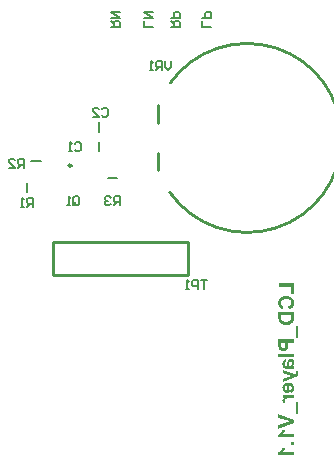
<source format=gbo>
G04*
G04 #@! TF.GenerationSoftware,Altium Limited,Altium Designer,21.3.2 (30)*
G04*
G04 Layer_Color=32896*
%FSTAX24Y24*%
%MOIN*%
G70*
G04*
G04 #@! TF.SameCoordinates,65AEA3AE-AEA4-4408-87EB-DFBB4D2FCE8C*
G04*
G04*
G04 #@! TF.FilePolarity,Positive*
G04*
G01*
G75*
%ADD10C,0.0100*%
%ADD11C,0.0060*%
%ADD38C,0.0098*%
%ADD39C,0.0079*%
G36*
X0433Y03209D02*
X043213D01*
Y032347D01*
X042792D01*
Y03245D01*
X0433D01*
Y03209D01*
D02*
G37*
G36*
X043071Y032034D02*
X043091Y032032D01*
X043111Y032028D01*
X043129Y032024D01*
X043146Y032019D01*
X043162Y032014D01*
X043176Y032008D01*
X043189Y032002D01*
X043201Y031995D01*
X043211Y031989D01*
X043219Y031984D01*
X043226Y031979D01*
X043232Y031975D01*
X043236Y031972D01*
X043239Y031969D01*
X043239Y031969D01*
X043251Y031956D01*
X043262Y031943D01*
X043271Y031929D01*
X043279Y031915D01*
X043286Y031901D01*
X043291Y031887D01*
X043296Y031873D01*
X0433Y031861D01*
X043303Y031848D01*
X043305Y031837D01*
X043306Y031827D01*
X043307Y031818D01*
X043308Y031811D01*
X043308Y031806D01*
Y031801D01*
X043308Y031786D01*
X043307Y031772D01*
X043305Y031758D01*
X043302Y031745D01*
X043299Y031733D01*
X043296Y031722D01*
X043292Y031711D01*
X043288Y031702D01*
X043285Y031694D01*
X043281Y031686D01*
X043277Y03168D01*
X043274Y031675D01*
X043272Y031671D01*
X04327Y031667D01*
X043269Y031666D01*
X043268Y031665D01*
X04326Y031655D01*
X043251Y031646D01*
X043241Y031638D01*
X043231Y03163D01*
X043221Y031624D01*
X04321Y031617D01*
X0432Y031611D01*
X04319Y031606D01*
X04318Y031602D01*
X043171Y031598D01*
X043163Y031595D01*
X043156Y031593D01*
X04315Y03159D01*
X043146Y031589D01*
X043144Y031588D01*
X043143D01*
X043111Y031689D01*
X043121Y031691D01*
X043131Y031694D01*
X04314Y031697D01*
X043148Y031701D01*
X043156Y031705D01*
X043163Y031708D01*
X043169Y031712D01*
X043174Y031715D01*
X043179Y031719D01*
X043183Y031722D01*
X043186Y031725D01*
X043189Y031727D01*
X043191Y031729D01*
X043193Y031731D01*
X043194Y031731D01*
X043194Y031732D01*
X043199Y031737D01*
X043202Y031743D01*
X043209Y031755D01*
X043214Y031767D01*
X043217Y031778D01*
X043219Y031788D01*
X04322Y031792D01*
Y031796D01*
X04322Y031798D01*
Y031802D01*
X04322Y031812D01*
X043219Y031822D01*
X043216Y031832D01*
X043214Y03184D01*
X043211Y031848D01*
X043207Y031856D01*
X043204Y031863D01*
X0432Y031869D01*
X043196Y031874D01*
X043192Y031879D01*
X043189Y031883D01*
X043186Y031887D01*
X043183Y031889D01*
X043181Y031892D01*
X04318Y031893D01*
X043179Y031893D01*
X043171Y031899D01*
X043161Y031904D01*
X043151Y031909D01*
X04314Y031913D01*
X043129Y031917D01*
X043118Y031919D01*
X043095Y031923D01*
X043084Y031925D01*
X043074Y031926D01*
X043065Y031927D01*
X043057Y031927D01*
X04305Y031928D01*
X043045D01*
X043042D01*
X043041D01*
X043024Y031927D01*
X043009Y031926D01*
X042995Y031924D01*
X042982Y031922D01*
X042969Y031919D01*
X042959Y031917D01*
X042949Y031913D01*
X042941Y03191D01*
X042933Y031907D01*
X042926Y031904D01*
X042921Y031901D01*
X042916Y031898D01*
X042913Y031896D01*
X04291Y031894D01*
X042909Y031893D01*
X042908Y031893D01*
X042901Y031886D01*
X042895Y031878D01*
X042889Y031871D01*
X042884Y031863D01*
X042881Y031856D01*
X042877Y031848D01*
X042874Y03184D01*
X042872Y031833D01*
X042871Y031826D01*
X042869Y03182D01*
X042868Y031815D01*
X042868Y03181D01*
X042867Y031806D01*
Y0318D01*
X042868Y031785D01*
X042871Y031772D01*
X042874Y03176D01*
X042879Y03175D01*
X042883Y031741D01*
X042885Y031738D01*
X042887Y031735D01*
X042888Y031733D01*
X042889Y031731D01*
X04289Y031731D01*
X042891Y03173D01*
X0429Y03172D01*
X04291Y031712D01*
X042921Y031705D01*
X042931Y0317D01*
X042939Y031696D01*
X042943Y031695D01*
X042947Y031694D01*
X042949Y031693D01*
X042952Y031692D01*
X042953Y031692D01*
X042953D01*
X042929Y03159D01*
X042918Y031593D01*
X042907Y031597D01*
X042898Y031601D01*
X042888Y031605D01*
X04288Y03161D01*
X042872Y031614D01*
X042866Y031619D01*
X042859Y031622D01*
X042853Y031627D01*
X042848Y03163D01*
X042844Y031634D01*
X042841Y031637D01*
X042838Y031639D01*
X042837Y031641D01*
X042836Y031642D01*
X042835Y031642D01*
X042825Y031654D01*
X042817Y031666D01*
X042809Y031679D01*
X042803Y031691D01*
X042797Y031704D01*
X042793Y031717D01*
X042789Y031729D01*
X042786Y031741D01*
X042783Y031752D01*
X042782Y031762D01*
X042781Y031772D01*
X04278Y03178D01*
X04278Y031786D01*
X042779Y031791D01*
Y031795D01*
X04278Y031815D01*
X042782Y031833D01*
X042786Y031851D01*
X04279Y031868D01*
X042796Y031883D01*
X042801Y031897D01*
X042808Y031911D01*
X042815Y031922D01*
X042821Y031933D01*
X042827Y031942D01*
X042833Y03195D01*
X042839Y031957D01*
X042843Y031962D01*
X042847Y031965D01*
X042849Y031968D01*
X04285Y031969D01*
X042864Y03198D01*
X042879Y03199D01*
X042894Y031999D01*
X042911Y032007D01*
X042927Y032013D01*
X042944Y032018D01*
X04296Y032023D01*
X042976Y032026D01*
X04299Y032029D01*
X043004Y032031D01*
X043017Y032032D01*
X043028Y032033D01*
X043037Y032034D01*
X04304Y032034D01*
X043043D01*
X043045D01*
X043047D01*
X043048D01*
X043049D01*
X043071Y032034D01*
D02*
G37*
G36*
X0433Y031294D02*
X043299Y031284D01*
X043298Y031275D01*
X043298Y031267D01*
X043297Y031258D01*
X043296Y031251D01*
X043295Y031244D01*
X043294Y031238D01*
X043293Y031232D01*
X043292Y031227D01*
X043291Y031223D01*
X043291Y03122D01*
X04329Y031217D01*
X04329Y031215D01*
X043289Y031214D01*
Y031213D01*
X043283Y031197D01*
X043276Y031183D01*
X04327Y031171D01*
X043263Y03116D01*
X04326Y031156D01*
X043257Y031152D01*
X043255Y031149D01*
X043252Y031146D01*
X043251Y031144D01*
X043249Y031142D01*
X043249Y031142D01*
X043248Y031141D01*
X043234Y031129D01*
X043219Y031117D01*
X043204Y031108D01*
X04319Y0311D01*
X043183Y031097D01*
X043177Y031094D01*
X043171Y031092D01*
X043167Y03109D01*
X043163Y031089D01*
X04316Y031087D01*
X043158Y031086D01*
X043158D01*
X04314Y031081D01*
X043121Y031077D01*
X043103Y031074D01*
X043086Y031072D01*
X043078Y031071D01*
X043071Y031071D01*
X043065D01*
X043059Y03107D01*
X043055D01*
X043052D01*
X043049D01*
X043049D01*
X043035D01*
X043023Y031071D01*
X043011Y031072D01*
X042999Y031073D01*
X042989Y031074D01*
X042979Y031076D01*
X042969Y031077D01*
X042961Y031079D01*
X042954Y03108D01*
X042947Y031082D01*
X042941Y031084D01*
X042937Y031085D01*
X042933Y031086D01*
X04293Y031087D01*
X042928Y031087D01*
X042928D01*
X04291Y031094D01*
X042894Y031102D01*
X042879Y03111D01*
X042873Y031114D01*
X042868Y031118D01*
X042862Y031122D01*
X042858Y031125D01*
X042854Y031129D01*
X042851Y031131D01*
X042848Y031133D01*
X042846Y031135D01*
X042845Y031136D01*
X042844Y031136D01*
X042833Y031149D01*
X042823Y031162D01*
X042815Y031175D01*
X042808Y031187D01*
X042803Y031197D01*
X042801Y031202D01*
X0428Y031206D01*
X042799Y031209D01*
X042798Y031211D01*
X042797Y031213D01*
Y031213D01*
X042796Y03122D01*
X042794Y031227D01*
X042792Y031243D01*
X04279Y031259D01*
X042788Y031275D01*
X042788Y031282D01*
Y031294D01*
X042787Y0313D01*
Y031499D01*
X0433D01*
Y031294D01*
D02*
G37*
G36*
X043441Y030633D02*
X043377D01*
Y031041D01*
X043441D01*
Y030633D01*
D02*
G37*
G36*
X0433Y030481D02*
X043106D01*
Y030401D01*
X043106Y030389D01*
Y030378D01*
X043105Y030368D01*
X043105Y030358D01*
X043104Y030349D01*
X043104Y030341D01*
X043103Y030334D01*
X043102Y030328D01*
X043101Y030322D01*
X043101Y030317D01*
X0431Y030313D01*
X0431Y03031D01*
Y030308D01*
X043099Y030307D01*
Y030307D01*
X043096Y030297D01*
X043093Y030287D01*
X043089Y030278D01*
X043085Y03027D01*
X043081Y030263D01*
X043078Y030258D01*
X043076Y030254D01*
X043075Y030254D01*
Y030253D01*
X043068Y030244D01*
X043059Y030235D01*
X043051Y030228D01*
X043043Y030221D01*
X043036Y030216D01*
X04303Y030213D01*
X043028Y030211D01*
X043026Y03021D01*
X043025Y030209D01*
X043025D01*
X043012Y030204D01*
X042999Y030199D01*
X042985Y030197D01*
X042973Y030194D01*
X042967Y030194D01*
X042962Y030193D01*
X042957Y030193D01*
X042953Y030192D01*
X04295D01*
X042948D01*
X042946D01*
X042946D01*
X042934Y030193D01*
X042923Y030193D01*
X042913Y030195D01*
X042904Y030197D01*
X042895Y030199D01*
X042887Y030202D01*
X042879Y030204D01*
X042872Y030207D01*
X042866Y03021D01*
X042861Y030213D01*
X042856Y030215D01*
X042852Y030218D01*
X042849Y030219D01*
X042847Y030221D01*
X042846Y030222D01*
X042846Y030222D01*
X042838Y030228D01*
X042832Y030234D01*
X042827Y03024D01*
X042821Y030247D01*
X042812Y030259D01*
X042806Y030271D01*
X042801Y03028D01*
X042799Y030285D01*
X042797Y030289D01*
X042796Y030292D01*
X042796Y030294D01*
X042795Y030295D01*
Y030296D01*
X042794Y030302D01*
X042792Y030309D01*
X042791Y030318D01*
X042791Y030327D01*
X04279Y030337D01*
X042789Y030347D01*
X042788Y030368D01*
X042788Y030378D01*
Y030387D01*
X042787Y030396D01*
Y030585D01*
X0433D01*
Y030481D01*
D02*
G37*
G36*
Y03001D02*
X042787D01*
Y030108D01*
X0433D01*
Y03001D01*
D02*
G37*
G36*
X043207Y029935D02*
X043216Y029934D01*
X043224Y029933D01*
X043231Y02993D01*
X043245Y029925D01*
X04325Y029922D01*
X043256Y029919D01*
X043261Y029916D01*
X043265Y029913D01*
X043269Y02991D01*
X043272Y029908D01*
X043274Y029905D01*
X043276Y029904D01*
X043277Y029903D01*
X043277Y029903D01*
X043283Y029896D01*
X043287Y029889D01*
X043291Y029882D01*
X043295Y029874D01*
X043301Y029859D01*
X043304Y029845D01*
X043305Y029838D01*
X043306Y029832D01*
X043307Y029827D01*
X043307Y029822D01*
X043308Y029818D01*
Y029812D01*
X043307Y0298D01*
X043306Y029789D01*
X043304Y029778D01*
X043302Y029769D01*
X0433Y029762D01*
X043297Y029756D01*
X043297Y029754D01*
X043296Y029752D01*
X043296Y029752D01*
Y029751D01*
X043291Y02974D01*
X043285Y029731D01*
X043278Y029721D01*
X043273Y029713D01*
X043267Y029707D01*
X043263Y029702D01*
X04326Y029698D01*
X043259Y029697D01*
X04326Y029697D01*
X043262Y029696D01*
X043266Y029695D01*
X043269Y029694D01*
X04327Y029694D01*
X043271D01*
X043277Y029692D01*
X043284Y02969D01*
X043288Y029688D01*
X043292Y029687D01*
X043296Y029686D01*
X043298Y029684D01*
X043299Y029684D01*
X0433D01*
Y029587D01*
X04329Y029591D01*
X043281Y029595D01*
X043272Y029598D01*
X043265Y029601D01*
X043259Y029602D01*
X043254Y029603D01*
X043251Y029605D01*
X04325D01*
X043246Y029605D01*
X04324Y029606D01*
X043229Y029607D01*
X043217Y029608D01*
X043205Y029608D01*
X043195Y029609D01*
X04319D01*
X043186D01*
X043182D01*
X04318D01*
X043179D01*
X043178D01*
X043063Y029607D01*
X043052D01*
X043041Y029608D01*
X043032Y029608D01*
X043023Y02961D01*
X043014Y029611D01*
X043007Y029612D01*
X043001Y029613D01*
X042995Y029614D01*
X04299Y029615D01*
X042987Y029616D01*
X042983Y029617D01*
X04298Y029618D01*
X042978Y02962D01*
X042977Y02962D01*
X042975Y029621D01*
X042967Y029626D01*
X042959Y029633D01*
X042953Y029641D01*
X042947Y029648D01*
X042942Y029655D01*
X042939Y029661D01*
X042938Y029663D01*
X042937Y029664D01*
X042936Y029666D01*
Y029666D01*
X042933Y029673D01*
X042931Y029679D01*
X042927Y029695D01*
X042924Y029711D01*
X042922Y029727D01*
X042921Y029735D01*
X042921Y029742D01*
Y029748D01*
X04292Y029753D01*
Y029778D01*
X042921Y02979D01*
X042922Y029802D01*
X042924Y029812D01*
X042926Y029822D01*
X042928Y029831D01*
X042931Y029839D01*
X042933Y029846D01*
X042936Y029853D01*
X042938Y029858D01*
X04294Y029863D01*
X042942Y029867D01*
X042944Y02987D01*
X042945Y029872D01*
X042946Y029873D01*
X042946Y029874D01*
X042951Y02988D01*
X042957Y029886D01*
X042969Y029897D01*
X042983Y029906D01*
X042996Y029913D01*
X043008Y029919D01*
X043013Y029921D01*
X043017Y029923D01*
X043021Y029924D01*
X043024Y029925D01*
X043025Y029925D01*
X043026D01*
X043042Y029837D01*
X043033Y029834D01*
X043025Y02983D01*
X043019Y029826D01*
X043014Y029822D01*
X04301Y029819D01*
X043008Y029816D01*
X043006Y029814D01*
X043005Y029814D01*
X043002Y029808D01*
X042999Y029801D01*
X042998Y029794D01*
X042996Y029787D01*
X042995Y029782D01*
X042995Y029777D01*
Y029765D01*
X042995Y029758D01*
X042996Y029753D01*
X042997Y029747D01*
X042999Y029738D01*
X043001Y029731D01*
X043003Y029725D01*
X043005Y029722D01*
X043007Y029719D01*
X043007Y029719D01*
X043012Y029714D01*
X043019Y029711D01*
X043025Y029708D01*
X043032Y029706D01*
X043038Y029705D01*
X043043Y029704D01*
X043047D01*
X043048D01*
X043048D01*
X043058D01*
X04306Y02971D01*
X043062Y029716D01*
X043064Y029723D01*
X043067Y029731D01*
X04307Y029747D01*
X043074Y029762D01*
X043076Y02977D01*
X043078Y029777D01*
X043079Y029784D01*
X04308Y029789D01*
X043081Y029794D01*
X043081Y029798D01*
X043082Y0298D01*
Y0298D01*
X043084Y02981D01*
X043086Y029818D01*
X043088Y029827D01*
X04309Y029834D01*
X043092Y029841D01*
X043094Y029848D01*
X043096Y029854D01*
X043098Y029859D01*
X043099Y029863D01*
X0431Y029868D01*
X043102Y029871D01*
X043103Y029874D01*
X043104Y029876D01*
X043105Y029878D01*
X043105Y029878D01*
Y029879D01*
X04311Y029888D01*
X043116Y029896D01*
X043123Y029904D01*
X043129Y029909D01*
X043134Y029914D01*
X043139Y029918D01*
X043141Y02992D01*
X043142Y02992D01*
X043143D01*
X043152Y029925D01*
X043161Y029929D01*
X043171Y029931D01*
X04318Y029934D01*
X043187Y029935D01*
X043193Y029935D01*
X043195D01*
X043197D01*
X043198D01*
X043199D01*
X043207Y029935D01*
D02*
G37*
G36*
X043301Y029417D02*
X043312Y029421D01*
X043321Y029425D01*
X04333Y029429D01*
X043337Y029433D01*
X043343Y029437D01*
X043347Y02944D01*
X04335Y029442D01*
X043351Y029442D01*
X043358Y029449D01*
X043363Y029457D01*
X043367Y029466D01*
X043369Y029474D01*
X043371Y029481D01*
X043371Y029487D01*
X043372Y02949D01*
Y029493D01*
X043371Y029507D01*
X04337Y029514D01*
X043369Y02952D01*
X043368Y029526D01*
X043367Y02953D01*
X043367Y029533D01*
Y029534D01*
X043444Y029525D01*
X043446Y029515D01*
X043447Y029505D01*
X043448Y029496D01*
X043449Y029487D01*
Y029481D01*
X04345Y029475D01*
Y02947D01*
X043449Y02946D01*
X043449Y02945D01*
X043448Y029442D01*
X043447Y029435D01*
X043446Y029429D01*
X043445Y029424D01*
X043444Y029421D01*
Y02942D01*
X043442Y029412D01*
X043439Y029405D01*
X043436Y029399D01*
X043433Y029393D01*
X043431Y029389D01*
X043429Y029386D01*
X043428Y029384D01*
X043427Y029383D01*
X043423Y029378D01*
X043418Y029372D01*
X043414Y029368D01*
X043409Y029364D01*
X043406Y02936D01*
X043402Y029358D01*
X0434Y029356D01*
X043399Y029356D01*
X043392Y029351D01*
X043385Y029347D01*
X043376Y029343D01*
X043368Y029339D01*
X043361Y029336D01*
X043356Y029334D01*
X043353Y029333D01*
X043352Y029332D01*
X043351Y029331D01*
X04335D01*
X043286Y029308D01*
X042928Y029177D01*
Y029278D01*
X043192Y029365D01*
X042928Y029454D01*
Y029558D01*
X043301Y029417D01*
D02*
G37*
G36*
X043131Y029142D02*
X043145Y029141D01*
X043158Y029139D01*
X04317Y029137D01*
X043181Y029134D01*
X043191Y029131D01*
X043201Y029127D01*
X04321Y029124D01*
X043218Y029121D01*
X043225Y029117D01*
X043231Y029114D01*
X043236Y029111D01*
X04324Y029109D01*
X043243Y029107D01*
X043245Y029106D01*
X043245Y029106D01*
X043256Y029096D01*
X043266Y029086D01*
X043274Y029075D01*
X043281Y029064D01*
X043287Y029052D01*
X043292Y02904D01*
X043297Y029028D01*
X0433Y029017D01*
X043303Y029006D01*
X043305Y028996D01*
X043306Y028986D01*
X043307Y028978D01*
X043307Y028972D01*
X043308Y028967D01*
Y028962D01*
X043307Y028951D01*
X043307Y028941D01*
X043305Y02893D01*
X043303Y028921D01*
X043301Y028912D01*
X043299Y028904D01*
X043297Y028896D01*
X043294Y028889D01*
X043291Y028882D01*
X043289Y028877D01*
X043287Y028872D01*
X043285Y028868D01*
X043283Y028865D01*
X043281Y028862D01*
X043281Y028861D01*
X04328Y028861D01*
X043275Y028854D01*
X043269Y028846D01*
X043255Y028834D01*
X043242Y028824D01*
X043229Y028815D01*
X043222Y028812D01*
X043216Y028809D01*
X043211Y028806D01*
X043207Y028804D01*
X043203Y028803D01*
X0432Y028802D01*
X043199Y028801D01*
X043198D01*
X043181Y028899D01*
X043191Y028902D01*
X0432Y028906D01*
X043207Y02891D01*
X043212Y028914D01*
X043217Y028917D01*
X04322Y02892D01*
X043222Y028922D01*
X043222Y028923D01*
X043226Y028929D01*
X04323Y028936D01*
X043232Y028942D01*
X043233Y028948D01*
X043234Y028953D01*
X043235Y028957D01*
Y028961D01*
X043234Y028967D01*
X043234Y028973D01*
X043231Y028985D01*
X043227Y028995D01*
X043222Y029003D01*
X043219Y02901D01*
X043215Y029015D01*
X043212Y029017D01*
X043211Y029018D01*
Y029018D01*
X043201Y029026D01*
X04319Y029032D01*
X043178Y029036D01*
X043167Y029038D01*
X043158Y02904D01*
X043153Y029041D01*
X043149Y029041D01*
X043146Y029042D01*
X043144D01*
X043143D01*
X043142D01*
Y028796D01*
X043121D01*
X043103Y028798D01*
X043085Y0288D01*
X043068Y028803D01*
X043053Y028806D01*
X04304Y02881D01*
X043027Y028814D01*
X043016Y028818D01*
X043007Y028823D01*
X042998Y028827D01*
X042991Y028831D01*
X042985Y028835D01*
X04298Y028838D01*
X042978Y02884D01*
X042975Y028841D01*
X042975Y028842D01*
X042965Y028851D01*
X042957Y028861D01*
X042949Y028872D01*
X042943Y028882D01*
X042938Y028894D01*
X042933Y028904D01*
X04293Y028915D01*
X042927Y028925D01*
X042924Y028935D01*
X042923Y028944D01*
X042922Y028952D01*
X042921Y028958D01*
X042921Y028965D01*
X04292Y028968D01*
Y028972D01*
X042921Y028986D01*
X042922Y028999D01*
X042925Y029011D01*
X042928Y029022D01*
X042932Y029033D01*
X042937Y029043D01*
X042942Y029053D01*
X042946Y029061D01*
X042951Y029068D01*
X042956Y029075D01*
X04296Y029081D01*
X042964Y029086D01*
X042968Y029089D01*
X04297Y029092D01*
X042972Y029094D01*
X042973Y029094D01*
X042983Y029103D01*
X042994Y02911D01*
X043005Y029117D01*
X043017Y029122D01*
X043029Y029127D01*
X043042Y029131D01*
X043053Y029134D01*
X043064Y029136D01*
X043075Y029138D01*
X043085Y029139D01*
X043094Y029141D01*
X043102Y029142D01*
X043108D01*
X043113Y029142D01*
X043116D01*
X043117D01*
X043131Y029142D01*
D02*
G37*
G36*
X0433Y028622D02*
X043185D01*
X043168D01*
X043153Y028621D01*
X043139D01*
X043126Y028621D01*
X043114Y02862D01*
X043104Y028619D01*
X043095Y028618D01*
X043088Y028618D01*
X043081Y028617D01*
X043075Y028616D01*
X04307Y028616D01*
X043067Y028615D01*
X043064Y028614D01*
X043063D01*
X043061Y028614D01*
X043061D01*
X04305Y028611D01*
X043042Y028607D01*
X043035Y028603D01*
X043029Y028599D01*
X043025Y028596D01*
X043022Y028593D01*
X04302Y028592D01*
X04302Y028591D01*
X043016Y028586D01*
X043013Y028579D01*
X043011Y028574D01*
X04301Y028568D01*
X043009Y028563D01*
X043008Y028559D01*
Y028556D01*
X043009Y028548D01*
X04301Y02854D01*
X043013Y028532D01*
X043016Y028525D01*
X043019Y028519D01*
X043022Y028514D01*
X043024Y028511D01*
X043024Y02851D01*
X042939Y02848D01*
X042933Y028491D01*
X042928Y028503D01*
X042924Y028514D01*
X042922Y028524D01*
X042921Y028532D01*
X042921Y028536D01*
X04292Y028539D01*
Y028544D01*
X042921Y028553D01*
X042922Y028561D01*
X042924Y028568D01*
X042926Y028575D01*
X042928Y02858D01*
X042931Y028584D01*
X042932Y028586D01*
X042932Y028587D01*
X042934Y028591D01*
X042938Y028594D01*
X042945Y028602D01*
X042953Y028608D01*
X042961Y028615D01*
X042969Y028621D01*
X042975Y028625D01*
X042978Y028627D01*
X04298Y028628D01*
X042981Y028628D01*
X042982Y028629D01*
X042928D01*
Y02872D01*
X0433D01*
Y028622D01*
D02*
G37*
G36*
X043441Y028087D02*
X043377D01*
Y028495D01*
X043441D01*
Y028087D01*
D02*
G37*
G36*
X0433Y027908D02*
Y027797D01*
X042787Y027614D01*
Y027724D01*
X043166Y027849D01*
X042787Y027979D01*
Y02809D01*
X0433Y027908D01*
D02*
G37*
G36*
X043Y027543D02*
X042995Y02753D01*
X042989Y027518D01*
X042983Y027506D01*
X042977Y027495D01*
X042971Y027484D01*
X042965Y027475D01*
X042959Y027466D01*
X042953Y027458D01*
X042948Y027451D01*
X042943Y027444D01*
X042939Y027439D01*
X042936Y027436D01*
X042933Y027432D01*
X042931Y027431D01*
X042931Y02743D01*
X0433D01*
Y027332D01*
X042786D01*
Y027412D01*
X042795Y027415D01*
X042803Y027419D01*
X042818Y027428D01*
X042832Y027438D01*
X042844Y027449D01*
X04285Y027454D01*
X042854Y027458D01*
X042859Y027462D01*
X042862Y027466D01*
X042865Y027469D01*
X042867Y027471D01*
X042868Y027473D01*
X042868Y027473D01*
X042881Y02749D01*
X042891Y027506D01*
X042899Y027519D01*
X042905Y027532D01*
X042908Y027537D01*
X04291Y027542D01*
X042912Y027546D01*
X042913Y02755D01*
X042914Y027553D01*
X042915Y027555D01*
X042916Y027556D01*
Y027557D01*
X043005D01*
X043Y027543D01*
D02*
G37*
G36*
X0433Y027066D02*
X043201D01*
Y027164D01*
X0433D01*
Y027066D01*
D02*
G37*
G36*
X043Y026947D02*
X042995Y026934D01*
X042989Y026921D01*
X042983Y026909D01*
X042977Y026898D01*
X042971Y026888D01*
X042965Y026878D01*
X042959Y026869D01*
X042953Y026861D01*
X042948Y026854D01*
X042943Y026848D01*
X042939Y026843D01*
X042936Y026839D01*
X042933Y026836D01*
X042931Y026834D01*
X042931Y026833D01*
X0433D01*
Y026735D01*
X042786D01*
Y026815D01*
X042795Y026818D01*
X042803Y026822D01*
X042818Y026832D01*
X042832Y026842D01*
X042844Y026852D01*
X04285Y026857D01*
X042854Y026862D01*
X042859Y026866D01*
X042862Y026869D01*
X042865Y026872D01*
X042867Y026874D01*
X042868Y026876D01*
X042868Y026877D01*
X042881Y026893D01*
X042891Y026909D01*
X042899Y026923D01*
X042905Y026935D01*
X042908Y026941D01*
X04291Y026946D01*
X042912Y026949D01*
X042913Y026953D01*
X042914Y026956D01*
X042915Y026958D01*
X042916Y026959D01*
Y02696D01*
X043005D01*
X043Y026947D01*
D02*
G37*
%LPC*%
G36*
X043213Y031396D02*
X042874D01*
Y031328D01*
X042874Y031319D01*
Y03131D01*
X042875Y031302D01*
X042876Y031295D01*
X042876Y031289D01*
Y031284D01*
X042877Y031279D01*
X042877Y031275D01*
X042878Y031272D01*
X042878Y03127D01*
Y031267D01*
X042879Y031266D01*
Y031265D01*
X042882Y031255D01*
X042886Y031245D01*
X042889Y031237D01*
X042893Y03123D01*
X042897Y031225D01*
X042901Y03122D01*
X042903Y031218D01*
X042903Y031217D01*
X042911Y03121D01*
X042918Y031204D01*
X042927Y031199D01*
X042934Y031195D01*
X042942Y031192D01*
X042948Y031189D01*
X042949Y031188D01*
X042951Y031188D01*
X042952Y031187D01*
X042953D01*
X042959Y031186D01*
X042965Y031184D01*
X04298Y031181D01*
X042995Y03118D01*
X04301Y031178D01*
X043017D01*
X043023Y031177D01*
X043029D01*
X043034Y031177D01*
X043038D01*
X043041D01*
X043043D01*
X043044D01*
X043054D01*
X043065Y031177D01*
X043074Y031178D01*
X043084Y031178D01*
X043092Y031179D01*
X043099Y03118D01*
X043106Y031181D01*
X043113Y031182D01*
X043119Y031183D01*
X043124Y031184D01*
X043128Y031185D01*
X043131Y031186D01*
X043134Y031186D01*
X043136Y031187D01*
X043137Y031187D01*
X043138D01*
X04315Y031192D01*
X04316Y031196D01*
X043168Y031201D01*
X043175Y031205D01*
X04318Y031208D01*
X043184Y031212D01*
X043186Y031214D01*
X043187Y031215D01*
X043192Y031221D01*
X043196Y031228D01*
X0432Y031235D01*
X043204Y031242D01*
X043206Y031247D01*
X043207Y031252D01*
X043208Y031255D01*
X043209Y031256D01*
Y031256D01*
X043209Y03126D01*
X04321Y031265D01*
X043211Y031274D01*
X043212Y031284D01*
X043212Y031295D01*
X043213Y031304D01*
Y031396D01*
D02*
G37*
G36*
X04302Y030481D02*
X042874D01*
Y030412D01*
X042874Y030404D01*
Y030396D01*
X042875Y03039D01*
Y030384D01*
X042876Y030378D01*
Y030373D01*
X042876Y030369D01*
X042877Y030366D01*
Y030363D01*
X042877Y030361D01*
X042878Y030358D01*
Y030357D01*
X04288Y030348D01*
X042883Y03034D01*
X042887Y030333D01*
X042891Y030327D01*
X042894Y030322D01*
X042898Y030318D01*
X0429Y030316D01*
X042901Y030315D01*
X042908Y03031D01*
X042916Y030306D01*
X042923Y030303D01*
X042931Y030301D01*
X042937Y0303D01*
X042942Y030299D01*
X042946D01*
X042946D01*
X042947D01*
X042955Y030299D01*
X042963Y0303D01*
X042969Y030303D01*
X042975Y030305D01*
X04298Y030307D01*
X042983Y030309D01*
X042986Y03031D01*
X042987Y030311D01*
X042993Y030315D01*
X042998Y030321D01*
X043002Y030327D01*
X043006Y030332D01*
X043009Y030336D01*
X04301Y03034D01*
X043012Y030342D01*
X043012Y030343D01*
X043013Y030348D01*
X043015Y030353D01*
X043015Y030358D01*
X043017Y030365D01*
X043018Y030378D01*
X043019Y030392D01*
X043019Y030404D01*
X04302Y03041D01*
Y030481D01*
D02*
G37*
G36*
X043191Y029837D02*
X043189D01*
X043188D01*
X043181Y029837D01*
X043174Y029834D01*
X043168Y029831D01*
X043163Y029828D01*
X043159Y029824D01*
X043156Y029821D01*
X043154Y029819D01*
X043154Y029818D01*
X043152Y029815D01*
X04315Y029812D01*
X043148Y029804D01*
X043145Y029795D01*
X043142Y029787D01*
X04314Y029778D01*
X043139Y029772D01*
X043138Y029769D01*
Y029767D01*
X043137Y029765D01*
Y029765D01*
X043134Y02975D01*
X043131Y029738D01*
X043128Y029728D01*
X043126Y029719D01*
X043124Y029713D01*
X043123Y029708D01*
X043122Y029706D01*
X043121Y029704D01*
X043141D01*
X043154D01*
X043164Y029705D01*
X043172Y029706D01*
X043179Y029706D01*
X043183Y029707D01*
X043186Y029708D01*
X043189Y029708D01*
X043189D01*
X043196Y029711D01*
X043202Y029714D01*
X043207Y029718D01*
X043212Y029723D01*
X043216Y029726D01*
X043219Y029729D01*
X043221Y029732D01*
X043221Y029732D01*
X043227Y029741D01*
X043231Y02975D01*
X043234Y029759D01*
X043236Y029767D01*
X043237Y029773D01*
X043238Y029778D01*
X043239Y029782D01*
Y029783D01*
X043238Y029791D01*
X043236Y029799D01*
X043234Y029805D01*
X043231Y029812D01*
X043229Y029816D01*
X043226Y029819D01*
X043224Y029822D01*
X043224Y029822D01*
X043217Y029827D01*
X043212Y029831D01*
X043206Y029833D01*
X0432Y029835D01*
X043195Y029837D01*
X043191Y029837D01*
D02*
G37*
G36*
X043082Y02904D02*
X043068Y02904D01*
X043055Y029037D01*
X043044Y029034D01*
X043035Y02903D01*
X043028Y029026D01*
X043023Y029023D01*
X04302Y029021D01*
X043019Y02902D01*
X043014Y029016D01*
X043011Y029011D01*
X043005Y029003D01*
X043Y028994D01*
X042998Y028986D01*
X042996Y028978D01*
X042995Y028972D01*
X042995Y02897D01*
Y028967D01*
X042996Y028956D01*
X042998Y028946D01*
X043002Y028937D01*
X043006Y02893D01*
X04301Y028924D01*
X043014Y02892D01*
X043017Y028917D01*
X043018Y028916D01*
X043027Y028909D01*
X043037Y028904D01*
X043048Y0289D01*
X043058Y028897D01*
X043068Y028895D01*
X043071Y028895D01*
X043075Y028894D01*
X043078Y028894D01*
X04308D01*
X043081D01*
X043082D01*
Y02904D01*
D02*
G37*
%LPD*%
D10*
X039168Y035483D02*
G03*
X039175Y039127I002573J001817D01*
G01*
X035272Y032716D02*
X039755D01*
X03976D02*
Y033836D01*
X035272Y032716D02*
Y033836D01*
X035275D02*
X039745D01*
X038788Y037792D02*
Y038383D01*
Y036217D02*
Y036808D01*
D11*
X0392Y041D02*
X0395D01*
Y04115D01*
X03945Y0412D01*
X03935D01*
X0393Y04115D01*
Y041D01*
Y0411D02*
X0392Y0412D01*
Y0413D02*
X0395D01*
Y04145D01*
X03945Y0415D01*
X03935D01*
X0393Y04145D01*
Y0413D01*
X0372Y041D02*
X0375D01*
Y04115D01*
X03745Y0412D01*
X03735D01*
X0373Y04115D01*
Y041D01*
Y0411D02*
X0372Y0412D01*
Y0413D02*
X0375D01*
X0372Y0415D01*
X0375D01*
X04055Y041D02*
X04025D01*
Y0412D01*
Y0413D02*
X04055D01*
Y04145D01*
X0405Y0415D01*
X0404D01*
X04035Y04145D01*
Y0413D01*
X0386Y041D02*
X0383D01*
Y0412D01*
Y0413D02*
X0386D01*
X0383Y0415D01*
X0386D01*
X03595Y0351D02*
Y0353D01*
X036Y03535D01*
X0361D01*
X03615Y0353D01*
Y0351D01*
X0361Y03505D01*
X036D01*
X03605Y03515D02*
X03595Y03505D01*
X036D02*
X03595Y0351D01*
X03585Y03505D02*
X03575D01*
X0358D01*
Y03535D01*
X03585Y0353D01*
X0404Y03255D02*
X0402D01*
X0403D01*
Y03225D01*
X0401D02*
Y03255D01*
X03995D01*
X0399Y0325D01*
Y0324D01*
X03995Y03235D01*
X0401D01*
X0398Y03225D02*
X0397D01*
X03975D01*
Y03255D01*
X0398Y0325D01*
X03919Y03985D02*
Y03965D01*
X03909Y03955D01*
X03899Y03965D01*
Y03985D01*
X038891Y03955D02*
Y03985D01*
X038741D01*
X038691Y0398D01*
Y0397D01*
X038741Y03965D01*
X038891D01*
X038791D02*
X038691Y03955D01*
X038591D02*
X038491D01*
X038541D01*
Y03985D01*
X038591Y0398D01*
X0375Y03505D02*
Y03535D01*
X03735D01*
X0373Y0353D01*
Y0352D01*
X03735Y03515D01*
X0375D01*
X0374D02*
X0373Y03505D01*
X0372Y0353D02*
X03715Y03535D01*
X03705D01*
X037Y0353D01*
Y03525D01*
X03705Y0352D01*
X0371D01*
X03705D01*
X037Y03515D01*
Y0351D01*
X03705Y03505D01*
X03715D01*
X0372Y0351D01*
X0343Y0363D02*
Y0366D01*
X03415D01*
X0341Y03655D01*
Y03645D01*
X03415Y0364D01*
X0343D01*
X0342D02*
X0341Y0363D01*
X0338D02*
X034D01*
X0338Y0365D01*
Y03655D01*
X03385Y0366D01*
X03395D01*
X034Y03655D01*
X0346Y035D02*
Y0353D01*
X03445D01*
X0344Y03525D01*
Y03515D01*
X03445Y0351D01*
X0346D01*
X0345D02*
X0344Y035D01*
X0343D02*
X0342D01*
X03425D01*
Y0353D01*
X0343Y03525D01*
X0369Y03825D02*
X03695Y0383D01*
X03705D01*
X0371Y03825D01*
Y03805D01*
X03705Y038D01*
X03695D01*
X0369Y03805D01*
X0366Y038D02*
X0368D01*
X0366Y0382D01*
Y03825D01*
X03665Y0383D01*
X03675D01*
X0368Y03825D01*
X036Y0371D02*
X03605Y03715D01*
X03615D01*
X0362Y0371D01*
Y0369D01*
X03615Y03685D01*
X03605D01*
X036Y0369D01*
X0359Y03685D02*
X0358D01*
X03585D01*
Y03715D01*
X0359Y0371D01*
D38*
X035891Y036375D02*
G03*
X035891Y036375I-000049J0D01*
G01*
D39*
X034416Y035493D02*
Y035807D01*
X034543Y036516D02*
X034857D01*
X036804Y036863D02*
Y037177D01*
X037093Y035954D02*
X037407D01*
X036804Y037513D02*
Y037827D01*
M02*

</source>
